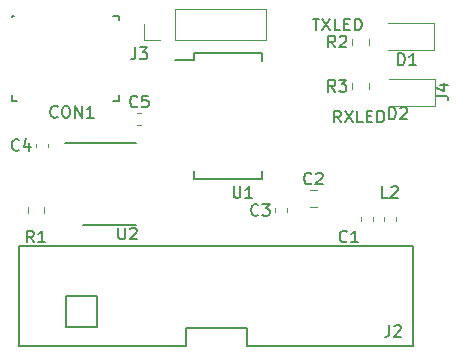
<source format=gto>
G04 #@! TF.GenerationSoftware,KiCad,Pcbnew,(5.1.0)-1*
G04 #@! TF.CreationDate,2019-05-30T16:28:13+02:00*
G04 #@! TF.ProjectId,converterboard,636f6e76-6572-4746-9572-626f6172642e,rev?*
G04 #@! TF.SameCoordinates,Original*
G04 #@! TF.FileFunction,Legend,Top*
G04 #@! TF.FilePolarity,Positive*
%FSLAX46Y46*%
G04 Gerber Fmt 4.6, Leading zero omitted, Abs format (unit mm)*
G04 Created by KiCad (PCBNEW (5.1.0)-1) date 2019-05-30 16:28:13*
%MOMM*%
%LPD*%
G04 APERTURE LIST*
%ADD10C,0.120000*%
%ADD11C,0.150000*%
G04 APERTURE END LIST*
D10*
X181491422Y-116210000D02*
X182008578Y-116210000D01*
X181491422Y-114790000D02*
X182008578Y-114790000D01*
X188710000Y-117037221D02*
X188710000Y-117362779D01*
X187690000Y-117037221D02*
X187690000Y-117362779D01*
X177700000Y-102080000D02*
X177700000Y-99420000D01*
X170020000Y-102080000D02*
X177700000Y-102080000D01*
X170020000Y-99420000D02*
X177700000Y-99420000D01*
X170020000Y-102080000D02*
X170020000Y-99420000D01*
X168750000Y-102080000D02*
X167420000Y-102080000D01*
X167420000Y-102080000D02*
X167420000Y-100750000D01*
D11*
X162275000Y-117700000D02*
X166725000Y-117700000D01*
X160750000Y-110800000D02*
X166725000Y-110800000D01*
X190200000Y-123750000D02*
X190200000Y-127950000D01*
X156800000Y-127950000D02*
X156800000Y-119550000D01*
X156800000Y-119550000D02*
X190200000Y-119550000D01*
X190200000Y-119550000D02*
X190200000Y-123750000D01*
X171000000Y-126450000D02*
X171000000Y-127950000D01*
X171000000Y-126450000D02*
X176100000Y-126450000D01*
X176100000Y-126450000D02*
X176100000Y-127950000D01*
X190200000Y-127950000D02*
X176100000Y-127950000D01*
X171000000Y-127950000D02*
X156800000Y-127950000D01*
X160800000Y-123750000D02*
X163400000Y-123750000D01*
X163400000Y-123750000D02*
X163400000Y-126350000D01*
X163400000Y-126350000D02*
X160800000Y-126350000D01*
X160800000Y-126350000D02*
X160800000Y-123750000D01*
D10*
X166837221Y-109260000D02*
X167162779Y-109260000D01*
X166837221Y-108240000D02*
X167162779Y-108240000D01*
X159260000Y-110837221D02*
X159260000Y-111162779D01*
X158240000Y-110837221D02*
X158240000Y-111162779D01*
X178490000Y-116337221D02*
X178490000Y-116662779D01*
X179510000Y-116337221D02*
X179510000Y-116662779D01*
X186760000Y-117087221D02*
X186760000Y-117412779D01*
X185740000Y-117087221D02*
X185740000Y-117412779D01*
X192035000Y-105365000D02*
X188150000Y-105365000D01*
X192035000Y-107635000D02*
X192035000Y-105365000D01*
X188150000Y-107635000D02*
X192035000Y-107635000D01*
X188050000Y-102885000D02*
X191935000Y-102885000D01*
X191935000Y-102885000D02*
X191935000Y-100615000D01*
X191935000Y-100615000D02*
X188050000Y-100615000D01*
D11*
X165250000Y-107201800D02*
X165250000Y-106770000D01*
X164814000Y-107201800D02*
X165250000Y-107201800D01*
X165250000Y-100000000D02*
X165250000Y-100420000D01*
X164814000Y-100000000D02*
X165250000Y-100000000D01*
X156254200Y-100013600D02*
X156254200Y-100166000D01*
X156432000Y-100000000D02*
X156250000Y-100000000D01*
X156254200Y-107201800D02*
X156254200Y-106770000D01*
X156686000Y-107201800D02*
X156254200Y-107201800D01*
X171625000Y-103175000D02*
X171625000Y-103750000D01*
X177375000Y-103175000D02*
X177375000Y-103825000D01*
X177375000Y-113825000D02*
X177375000Y-113175000D01*
X171625000Y-113825000D02*
X171625000Y-113175000D01*
X171625000Y-103175000D02*
X177375000Y-103175000D01*
X171625000Y-113825000D02*
X177375000Y-113825000D01*
X171625000Y-103750000D02*
X170025000Y-103750000D01*
D10*
X186460000Y-105741422D02*
X186460000Y-106258578D01*
X185040000Y-105741422D02*
X185040000Y-106258578D01*
X186460000Y-102508578D02*
X186460000Y-101991422D01*
X185040000Y-102508578D02*
X185040000Y-101991422D01*
X157540000Y-116696078D02*
X157540000Y-116178922D01*
X158960000Y-116696078D02*
X158960000Y-116178922D01*
D11*
X181583333Y-114207142D02*
X181535714Y-114254761D01*
X181392857Y-114302380D01*
X181297619Y-114302380D01*
X181154761Y-114254761D01*
X181059523Y-114159523D01*
X181011904Y-114064285D01*
X180964285Y-113873809D01*
X180964285Y-113730952D01*
X181011904Y-113540476D01*
X181059523Y-113445238D01*
X181154761Y-113350000D01*
X181297619Y-113302380D01*
X181392857Y-113302380D01*
X181535714Y-113350000D01*
X181583333Y-113397619D01*
X181964285Y-113397619D02*
X182011904Y-113350000D01*
X182107142Y-113302380D01*
X182345238Y-113302380D01*
X182440476Y-113350000D01*
X182488095Y-113397619D01*
X182535714Y-113492857D01*
X182535714Y-113588095D01*
X182488095Y-113730952D01*
X181916666Y-114302380D01*
X182535714Y-114302380D01*
X192152380Y-106783333D02*
X192866666Y-106783333D01*
X193009523Y-106830952D01*
X193104761Y-106926190D01*
X193152380Y-107069047D01*
X193152380Y-107164285D01*
X192485714Y-105878571D02*
X193152380Y-105878571D01*
X192104761Y-106116666D02*
X192819047Y-106354761D01*
X192819047Y-105735714D01*
X188033333Y-115452380D02*
X187557142Y-115452380D01*
X187557142Y-114452380D01*
X188319047Y-114547619D02*
X188366666Y-114500000D01*
X188461904Y-114452380D01*
X188700000Y-114452380D01*
X188795238Y-114500000D01*
X188842857Y-114547619D01*
X188890476Y-114642857D01*
X188890476Y-114738095D01*
X188842857Y-114880952D01*
X188271428Y-115452380D01*
X188890476Y-115452380D01*
X166666666Y-102702380D02*
X166666666Y-103416666D01*
X166619047Y-103559523D01*
X166523809Y-103654761D01*
X166380952Y-103702380D01*
X166285714Y-103702380D01*
X167047619Y-102702380D02*
X167666666Y-102702380D01*
X167333333Y-103083333D01*
X167476190Y-103083333D01*
X167571428Y-103130952D01*
X167619047Y-103178571D01*
X167666666Y-103273809D01*
X167666666Y-103511904D01*
X167619047Y-103607142D01*
X167571428Y-103654761D01*
X167476190Y-103702380D01*
X167190476Y-103702380D01*
X167095238Y-103654761D01*
X167047619Y-103607142D01*
X165238095Y-117952380D02*
X165238095Y-118761904D01*
X165285714Y-118857142D01*
X165333333Y-118904761D01*
X165428571Y-118952380D01*
X165619047Y-118952380D01*
X165714285Y-118904761D01*
X165761904Y-118857142D01*
X165809523Y-118761904D01*
X165809523Y-117952380D01*
X166238095Y-118047619D02*
X166285714Y-118000000D01*
X166380952Y-117952380D01*
X166619047Y-117952380D01*
X166714285Y-118000000D01*
X166761904Y-118047619D01*
X166809523Y-118142857D01*
X166809523Y-118238095D01*
X166761904Y-118380952D01*
X166190476Y-118952380D01*
X166809523Y-118952380D01*
X188166666Y-126202380D02*
X188166666Y-126916666D01*
X188119047Y-127059523D01*
X188023809Y-127154761D01*
X187880952Y-127202380D01*
X187785714Y-127202380D01*
X188595238Y-126297619D02*
X188642857Y-126250000D01*
X188738095Y-126202380D01*
X188976190Y-126202380D01*
X189071428Y-126250000D01*
X189119047Y-126297619D01*
X189166666Y-126392857D01*
X189166666Y-126488095D01*
X189119047Y-126630952D01*
X188547619Y-127202380D01*
X189166666Y-127202380D01*
X166833333Y-107677142D02*
X166785714Y-107724761D01*
X166642857Y-107772380D01*
X166547619Y-107772380D01*
X166404761Y-107724761D01*
X166309523Y-107629523D01*
X166261904Y-107534285D01*
X166214285Y-107343809D01*
X166214285Y-107200952D01*
X166261904Y-107010476D01*
X166309523Y-106915238D01*
X166404761Y-106820000D01*
X166547619Y-106772380D01*
X166642857Y-106772380D01*
X166785714Y-106820000D01*
X166833333Y-106867619D01*
X167738095Y-106772380D02*
X167261904Y-106772380D01*
X167214285Y-107248571D01*
X167261904Y-107200952D01*
X167357142Y-107153333D01*
X167595238Y-107153333D01*
X167690476Y-107200952D01*
X167738095Y-107248571D01*
X167785714Y-107343809D01*
X167785714Y-107581904D01*
X167738095Y-107677142D01*
X167690476Y-107724761D01*
X167595238Y-107772380D01*
X167357142Y-107772380D01*
X167261904Y-107724761D01*
X167214285Y-107677142D01*
X156833333Y-111357142D02*
X156785714Y-111404761D01*
X156642857Y-111452380D01*
X156547619Y-111452380D01*
X156404761Y-111404761D01*
X156309523Y-111309523D01*
X156261904Y-111214285D01*
X156214285Y-111023809D01*
X156214285Y-110880952D01*
X156261904Y-110690476D01*
X156309523Y-110595238D01*
X156404761Y-110500000D01*
X156547619Y-110452380D01*
X156642857Y-110452380D01*
X156785714Y-110500000D01*
X156833333Y-110547619D01*
X157690476Y-110785714D02*
X157690476Y-111452380D01*
X157452380Y-110404761D02*
X157214285Y-111119047D01*
X157833333Y-111119047D01*
X177083333Y-116857142D02*
X177035714Y-116904761D01*
X176892857Y-116952380D01*
X176797619Y-116952380D01*
X176654761Y-116904761D01*
X176559523Y-116809523D01*
X176511904Y-116714285D01*
X176464285Y-116523809D01*
X176464285Y-116380952D01*
X176511904Y-116190476D01*
X176559523Y-116095238D01*
X176654761Y-116000000D01*
X176797619Y-115952380D01*
X176892857Y-115952380D01*
X177035714Y-116000000D01*
X177083333Y-116047619D01*
X177416666Y-115952380D02*
X178035714Y-115952380D01*
X177702380Y-116333333D01*
X177845238Y-116333333D01*
X177940476Y-116380952D01*
X177988095Y-116428571D01*
X178035714Y-116523809D01*
X178035714Y-116761904D01*
X177988095Y-116857142D01*
X177940476Y-116904761D01*
X177845238Y-116952380D01*
X177559523Y-116952380D01*
X177464285Y-116904761D01*
X177416666Y-116857142D01*
X184583333Y-119107142D02*
X184535714Y-119154761D01*
X184392857Y-119202380D01*
X184297619Y-119202380D01*
X184154761Y-119154761D01*
X184059523Y-119059523D01*
X184011904Y-118964285D01*
X183964285Y-118773809D01*
X183964285Y-118630952D01*
X184011904Y-118440476D01*
X184059523Y-118345238D01*
X184154761Y-118250000D01*
X184297619Y-118202380D01*
X184392857Y-118202380D01*
X184535714Y-118250000D01*
X184583333Y-118297619D01*
X185535714Y-119202380D02*
X184964285Y-119202380D01*
X185250000Y-119202380D02*
X185250000Y-118202380D01*
X185154761Y-118345238D01*
X185059523Y-118440476D01*
X184964285Y-118488095D01*
X188161904Y-108772380D02*
X188161904Y-107772380D01*
X188400000Y-107772380D01*
X188542857Y-107820000D01*
X188638095Y-107915238D01*
X188685714Y-108010476D01*
X188733333Y-108200952D01*
X188733333Y-108343809D01*
X188685714Y-108534285D01*
X188638095Y-108629523D01*
X188542857Y-108724761D01*
X188400000Y-108772380D01*
X188161904Y-108772380D01*
X189114285Y-107867619D02*
X189161904Y-107820000D01*
X189257142Y-107772380D01*
X189495238Y-107772380D01*
X189590476Y-107820000D01*
X189638095Y-107867619D01*
X189685714Y-107962857D01*
X189685714Y-108058095D01*
X189638095Y-108200952D01*
X189066666Y-108772380D01*
X189685714Y-108772380D01*
X184076190Y-109052380D02*
X183742857Y-108576190D01*
X183504761Y-109052380D02*
X183504761Y-108052380D01*
X183885714Y-108052380D01*
X183980952Y-108100000D01*
X184028571Y-108147619D01*
X184076190Y-108242857D01*
X184076190Y-108385714D01*
X184028571Y-108480952D01*
X183980952Y-108528571D01*
X183885714Y-108576190D01*
X183504761Y-108576190D01*
X184409523Y-108052380D02*
X185076190Y-109052380D01*
X185076190Y-108052380D02*
X184409523Y-109052380D01*
X185933333Y-109052380D02*
X185457142Y-109052380D01*
X185457142Y-108052380D01*
X186266666Y-108528571D02*
X186600000Y-108528571D01*
X186742857Y-109052380D02*
X186266666Y-109052380D01*
X186266666Y-108052380D01*
X186742857Y-108052380D01*
X187171428Y-109052380D02*
X187171428Y-108052380D01*
X187409523Y-108052380D01*
X187552380Y-108100000D01*
X187647619Y-108195238D01*
X187695238Y-108290476D01*
X187742857Y-108480952D01*
X187742857Y-108623809D01*
X187695238Y-108814285D01*
X187647619Y-108909523D01*
X187552380Y-109004761D01*
X187409523Y-109052380D01*
X187171428Y-109052380D01*
X188911904Y-104202380D02*
X188911904Y-103202380D01*
X189150000Y-103202380D01*
X189292857Y-103250000D01*
X189388095Y-103345238D01*
X189435714Y-103440476D01*
X189483333Y-103630952D01*
X189483333Y-103773809D01*
X189435714Y-103964285D01*
X189388095Y-104059523D01*
X189292857Y-104154761D01*
X189150000Y-104202380D01*
X188911904Y-104202380D01*
X190435714Y-104202380D02*
X189864285Y-104202380D01*
X190150000Y-104202380D02*
X190150000Y-103202380D01*
X190054761Y-103345238D01*
X189959523Y-103440476D01*
X189864285Y-103488095D01*
X181680952Y-100252380D02*
X182252380Y-100252380D01*
X181966666Y-101252380D02*
X181966666Y-100252380D01*
X182490476Y-100252380D02*
X183157142Y-101252380D01*
X183157142Y-100252380D02*
X182490476Y-101252380D01*
X184014285Y-101252380D02*
X183538095Y-101252380D01*
X183538095Y-100252380D01*
X184347619Y-100728571D02*
X184680952Y-100728571D01*
X184823809Y-101252380D02*
X184347619Y-101252380D01*
X184347619Y-100252380D01*
X184823809Y-100252380D01*
X185252380Y-101252380D02*
X185252380Y-100252380D01*
X185490476Y-100252380D01*
X185633333Y-100300000D01*
X185728571Y-100395238D01*
X185776190Y-100490476D01*
X185823809Y-100680952D01*
X185823809Y-100823809D01*
X185776190Y-101014285D01*
X185728571Y-101109523D01*
X185633333Y-101204761D01*
X185490476Y-101252380D01*
X185252380Y-101252380D01*
X160094514Y-108549542D02*
X160046895Y-108597161D01*
X159904038Y-108644780D01*
X159808800Y-108644780D01*
X159665942Y-108597161D01*
X159570704Y-108501923D01*
X159523085Y-108406685D01*
X159475466Y-108216209D01*
X159475466Y-108073352D01*
X159523085Y-107882876D01*
X159570704Y-107787638D01*
X159665942Y-107692400D01*
X159808800Y-107644780D01*
X159904038Y-107644780D01*
X160046895Y-107692400D01*
X160094514Y-107740019D01*
X160713561Y-107644780D02*
X160904038Y-107644780D01*
X160999276Y-107692400D01*
X161094514Y-107787638D01*
X161142133Y-107978114D01*
X161142133Y-108311447D01*
X161094514Y-108501923D01*
X160999276Y-108597161D01*
X160904038Y-108644780D01*
X160713561Y-108644780D01*
X160618323Y-108597161D01*
X160523085Y-108501923D01*
X160475466Y-108311447D01*
X160475466Y-107978114D01*
X160523085Y-107787638D01*
X160618323Y-107692400D01*
X160713561Y-107644780D01*
X161570704Y-108644780D02*
X161570704Y-107644780D01*
X162142133Y-108644780D01*
X162142133Y-107644780D01*
X163142133Y-108644780D02*
X162570704Y-108644780D01*
X162856419Y-108644780D02*
X162856419Y-107644780D01*
X162761180Y-107787638D01*
X162665942Y-107882876D01*
X162570704Y-107930495D01*
X174988095Y-114452380D02*
X174988095Y-115261904D01*
X175035714Y-115357142D01*
X175083333Y-115404761D01*
X175178571Y-115452380D01*
X175369047Y-115452380D01*
X175464285Y-115404761D01*
X175511904Y-115357142D01*
X175559523Y-115261904D01*
X175559523Y-114452380D01*
X176559523Y-115452380D02*
X175988095Y-115452380D01*
X176273809Y-115452380D02*
X176273809Y-114452380D01*
X176178571Y-114595238D01*
X176083333Y-114690476D01*
X175988095Y-114738095D01*
X183583333Y-106452380D02*
X183250000Y-105976190D01*
X183011904Y-106452380D02*
X183011904Y-105452380D01*
X183392857Y-105452380D01*
X183488095Y-105500000D01*
X183535714Y-105547619D01*
X183583333Y-105642857D01*
X183583333Y-105785714D01*
X183535714Y-105880952D01*
X183488095Y-105928571D01*
X183392857Y-105976190D01*
X183011904Y-105976190D01*
X183916666Y-105452380D02*
X184535714Y-105452380D01*
X184202380Y-105833333D01*
X184345238Y-105833333D01*
X184440476Y-105880952D01*
X184488095Y-105928571D01*
X184535714Y-106023809D01*
X184535714Y-106261904D01*
X184488095Y-106357142D01*
X184440476Y-106404761D01*
X184345238Y-106452380D01*
X184059523Y-106452380D01*
X183964285Y-106404761D01*
X183916666Y-106357142D01*
X183583333Y-102702380D02*
X183250000Y-102226190D01*
X183011904Y-102702380D02*
X183011904Y-101702380D01*
X183392857Y-101702380D01*
X183488095Y-101750000D01*
X183535714Y-101797619D01*
X183583333Y-101892857D01*
X183583333Y-102035714D01*
X183535714Y-102130952D01*
X183488095Y-102178571D01*
X183392857Y-102226190D01*
X183011904Y-102226190D01*
X183964285Y-101797619D02*
X184011904Y-101750000D01*
X184107142Y-101702380D01*
X184345238Y-101702380D01*
X184440476Y-101750000D01*
X184488095Y-101797619D01*
X184535714Y-101892857D01*
X184535714Y-101988095D01*
X184488095Y-102130952D01*
X183916666Y-102702380D01*
X184535714Y-102702380D01*
X158083333Y-119202380D02*
X157750000Y-118726190D01*
X157511904Y-119202380D02*
X157511904Y-118202380D01*
X157892857Y-118202380D01*
X157988095Y-118250000D01*
X158035714Y-118297619D01*
X158083333Y-118392857D01*
X158083333Y-118535714D01*
X158035714Y-118630952D01*
X157988095Y-118678571D01*
X157892857Y-118726190D01*
X157511904Y-118726190D01*
X159035714Y-119202380D02*
X158464285Y-119202380D01*
X158750000Y-119202380D02*
X158750000Y-118202380D01*
X158654761Y-118345238D01*
X158559523Y-118440476D01*
X158464285Y-118488095D01*
M02*

</source>
